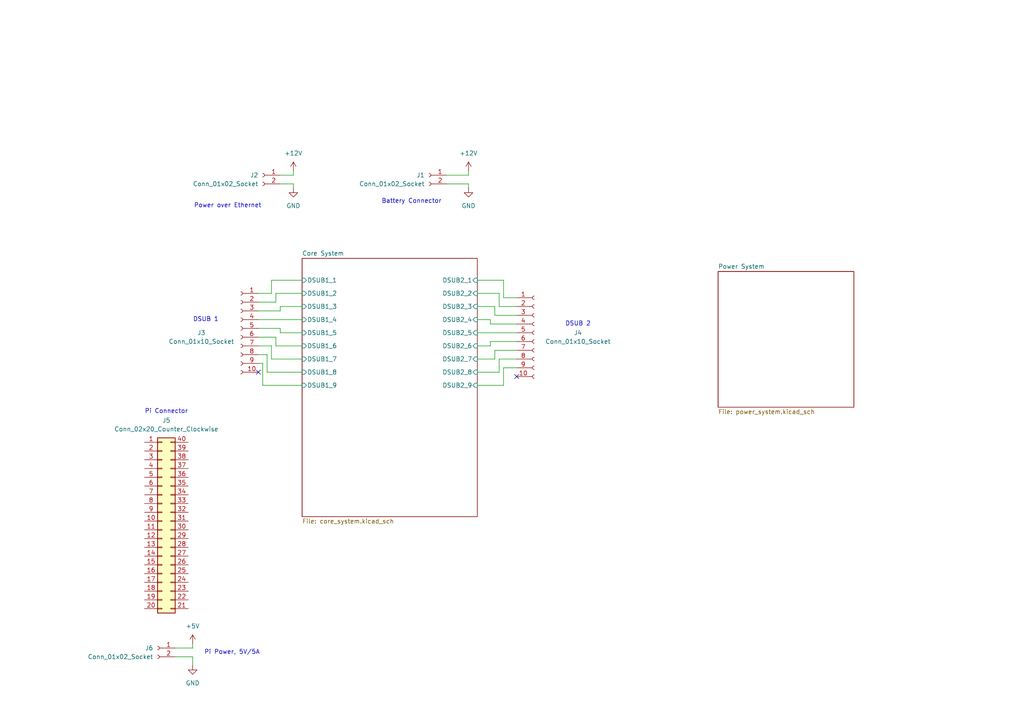
<source format=kicad_sch>
(kicad_sch (version 20250114) (generator "eeschema") (generator_version "9.0")
  (paper "A4")
  (lib_symbols
    (symbol "Connector:Conn_01x02_Socket" (pin_names (offset 1.016) (hide yes))
      (property "Reference" "J" (at 0 2.54 0))
      (property "Value" "Conn_01x02_Socket" (at 0 -5.08 0))
      (symbol "Conn_01x02_Socket_1_1"
        (polyline (pts (xy -1.27 0) (xy -0.508 0)) (stroke (width 0.1524)))
        (polyline (pts (xy -1.27 -2.54) (xy -0.508 -2.54)) (stroke (width 0.1524)))
        (arc (start 0 -0.508) (mid -0.5058 0) (end 0 0.508) (stroke (width 0.1524)))
        (arc (start 0 -3.048) (mid -0.5058 -2.54) (end 0 -2.032) (stroke (width 0.1524)))
        (pin passive line (at -5.08 0 0) (length 3.81) (name "Pin_1") (number "1"))
        (pin passive line (at -5.08 -2.54 0) (length 3.81) (name "Pin_2") (number "2"))
      )
    )
    (symbol "Connector:Conn_01x10_Socket" (pin_names (offset 1.016) (hide yes))
      (property "Reference" "J" (at 0 12.7 0))
      (property "Value" "Conn_01x10_Socket" (at 0 -15.24 0))
      (symbol "Conn_01x10_Socket_1_1"
        (polyline (pts (xy -1.27 10.16) (xy -0.508 10.16)) (stroke (width 0.1524)))
        (polyline (pts (xy -1.27 7.62) (xy -0.508 7.62)) (stroke (width 0.1524)))
        (polyline (pts (xy -1.27 5.08) (xy -0.508 5.08)) (stroke (width 0.1524)))
        (polyline (pts (xy -1.27 2.54) (xy -0.508 2.54)) (stroke (width 0.1524)))
        (polyline (pts (xy -1.27 0) (xy -0.508 0)) (stroke (width 0.1524)))
        (polyline (pts (xy -1.27 -2.54) (xy -0.508 -2.54)) (stroke (width 0.1524)))
        (polyline (pts (xy -1.27 -5.08) (xy -0.508 -5.08)) (stroke (width 0.1524)))
        (polyline (pts (xy -1.27 -7.62) (xy -0.508 -7.62)) (stroke (width 0.1524)))
        (polyline (pts (xy -1.27 -10.16) (xy -0.508 -10.16)) (stroke (width 0.1524)))
        (polyline (pts (xy -1.27 -12.7) (xy -0.508 -12.7)) (stroke (width 0.1524)))
        (arc (start 0 9.652) (mid -0.5058 10.16) (end 0 10.668) (stroke (width 0.1524)))
        (arc (start 0 7.112) (mid -0.5058 7.62) (end 0 8.128) (stroke (width 0.1524)))
        (arc (start 0 4.572) (mid -0.5058 5.08) (end 0 5.588) (stroke (width 0.1524)))
        (arc (start 0 2.032) (mid -0.5058 2.54) (end 0 3.048) (stroke (width 0.1524)))
        (arc (start 0 -0.508) (mid -0.5058 0) (end 0 0.508) (stroke (width 0.1524)))
        (arc (start 0 -3.048) (mid -0.5058 -2.54) (end 0 -2.032) (stroke (width 0.1524)))
        (arc (start 0 -5.588) (mid -0.5058 -5.08) (end 0 -4.572) (stroke (width 0.1524)))
        (arc (start 0 -8.128) (mid -0.5058 -7.62) (end 0 -7.112) (stroke (width 0.1524)))
        (arc (start 0 -10.668) (mid -0.5058 -10.16) (end 0 -9.652) (stroke (width 0.1524)))
        (arc (start 0 -13.208) (mid -0.5058 -12.7) (end 0 -12.192) (stroke (width 0.1524)))
        (pin passive line (at -5.08 10.16 0) (length 3.81) (name "Pin_1") (number "1"))
        (pin passive line (at -5.08 7.62 0) (length 3.81) (name "Pin_2") (number "2"))
        (pin passive line (at -5.08 5.08 0) (length 3.81) (name "Pin_3") (number "3"))
        (pin passive line (at -5.08 2.54 0) (length 3.81) (name "Pin_4") (number "4"))
        (pin passive line (at -5.08 0 0) (length 3.81) (name "Pin_5") (number "5"))
        (pin passive line (at -5.08 -2.54 0) (length 3.81) (name "Pin_6") (number "6"))
        (pin passive line (at -5.08 -5.08 0) (length 3.81) (name "Pin_7") (number "7"))
        (pin passive line (at -5.08 -7.62 0) (length 3.81) (name "Pin_8") (number "8"))
        (pin passive line (at -5.08 -10.16 0) (length 3.81) (name "Pin_9") (number "9"))
        (pin passive line (at -5.08 -12.7 0) (length 3.81) (name "Pin_10") (number "10"))
      )
    )
    (symbol "Connector_Generic:Conn_02x20_Counter_Clockwise" (pin_names (offset 1.016) (hide yes))
      (property "Reference" "J" (at 1.27 25.4 0))
      (property "Value" "Conn_02x20_Counter_Clockwise" (at 1.27 -27.94 0))
      (symbol "Conn_02x20_Counter_Clockwise_1_1"
        (rectangle (start -1.27 24.13) (end 3.81 -26.67) (stroke (width 0.254)) (fill (type background)))
        (rectangle (start -1.27 22.987) (end 0 22.733) (stroke (width 0.1524)))
        (rectangle (start -1.27 20.447) (end 0 20.193) (stroke (width 0.1524)))
        (rectangle (start -1.27 17.907) (end 0 17.653) (stroke (width 0.1524)))
        (rectangle (start -1.27 15.367) (end 0 15.113) (stroke (width 0.1524)))
        (rectangle (start -1.27 12.827) (end 0 12.573) (stroke (width 0.1524)))
        (rectangle (start -1.27 10.287) (end 0 10.033) (stroke (width 0.1524)))
        (rectangle (start -1.27 7.747) (end 0 7.493) (stroke (width 0.1524)))
        (rectangle (start -1.27 5.207) (end 0 4.953) (stroke (width 0.1524)))
        (rectangle (start -1.27 2.667) (end 0 2.413) (stroke (width 0.1524)))
        (rectangle (start -1.27 0.127) (end 0 -0.127) (stroke (width 0.1524)))
        (rectangle (start -1.27 -2.413) (end 0 -2.667) (stroke (width 0.1524)))
        (rectangle (start -1.27 -4.953) (end 0 -5.207) (stroke (width 0.1524)))
        (rectangle (start -1.27 -7.493) (end 0 -7.747) (stroke (width 0.1524)))
        (rectangle (start -1.27 -10.033) (end 0 -10.287) (stroke (width 0.1524)))
        (rectangle (start -1.27 -12.573) (end 0 -12.827) (stroke (width 0.1524)))
        (rectangle (start -1.27 -15.113) (end 0 -15.367) (stroke (width 0.1524)))
        (rectangle (start -1.27 -17.653) (end 0 -17.907) (stroke (width 0.1524)))
        (rectangle (start -1.27 -20.193) (end 0 -20.447) (stroke (width 0.1524)))
        (rectangle (start -1.27 -22.733) (end 0 -22.987) (stroke (width 0.1524)))
        (rectangle (start -1.27 -25.273) (end 0 -25.527) (stroke (width 0.1524)))
        (rectangle (start 3.81 22.987) (end 2.54 22.733) (stroke (width 0.1524)))
        (rectangle (start 3.81 20.447) (end 2.54 20.193) (stroke (width 0.1524)))
        (rectangle (start 3.81 17.907) (end 2.54 17.653) (stroke (width 0.1524)))
        (rectangle (start 3.81 15.367) (end 2.54 15.113) (stroke (width 0.1524)))
        (rectangle (start 3.81 12.827) (end 2.54 12.573) (stroke (width 0.1524)))
        (rectangle (start 3.81 10.287) (end 2.54 10.033) (stroke (width 0.1524)))
        (rectangle (start 3.81 7.747) (end 2.54 7.493) (stroke (width 0.1524)))
        (rectangle (start 3.81 5.207) (end 2.54 4.953) (stroke (width 0.1524)))
        (rectangle (start 3.81 2.667) (end 2.54 2.413) (stroke (width 0.1524)))
        (rectangle (start 3.81 0.127) (end 2.54 -0.127) (stroke (width 0.1524)))
        (rectangle (start 3.81 -2.413) (end 2.54 -2.667) (stroke (width 0.1524)))
        (rectangle (start 3.81 -4.953) (end 2.54 -5.207) (stroke (width 0.1524)))
        (rectangle (start 3.81 -7.493) (end 2.54 -7.747) (stroke (width 0.1524)))
        (rectangle (start 3.81 -10.033) (end 2.54 -10.287) (stroke (width 0.1524)))
        (rectangle (start 3.81 -12.573) (end 2.54 -12.827) (stroke (width 0.1524)))
        (rectangle (start 3.81 -15.113) (end 2.54 -15.367) (stroke (width 0.1524)))
        (rectangle (start 3.81 -17.653) (end 2.54 -17.907) (stroke (width 0.1524)))
        (rectangle (start 3.81 -20.193) (end 2.54 -20.447) (stroke (width 0.1524)))
        (rectangle (start 3.81 -22.733) (end 2.54 -22.987) (stroke (width 0.1524)))
        (rectangle (start 3.81 -25.273) (end 2.54 -25.527) (stroke (width 0.1524)))
        (pin passive line (at -5.08 22.86 0) (length 3.81) (name "Pin_1") (number "1"))
        (pin passive line (at -5.08 20.32 0) (length 3.81) (name "Pin_2") (number "2"))
        (pin passive line (at -5.08 17.78 0) (length 3.81) (name "Pin_3") (number "3"))
        (pin passive line (at -5.08 15.24 0) (length 3.81) (name "Pin_4") (number "4"))
        (pin passive line (at -5.08 12.7 0) (length 3.81) (name "Pin_5") (number "5"))
        (pin passive line (at -5.08 10.16 0) (length 3.81) (name "Pin_6") (number "6"))
        (pin passive line (at -5.08 7.62 0) (length 3.81) (name "Pin_7") (number "7"))
        (pin passive line (at -5.08 5.08 0) (length 3.81) (name "Pin_8") (number "8"))
        (pin passive line (at -5.08 2.54 0) (length 3.81) (name "Pin_9") (number "9"))
        (pin passive line (at -5.08 0 0) (length 3.81) (name "Pin_10") (number "10"))
        (pin passive line (at -5.08 -2.54 0) (length 3.81) (name "Pin_11") (number "11"))
        (pin passive line (at -5.08 -5.08 0) (length 3.81) (name "Pin_12") (number "12"))
        (pin passive line (at -5.08 -7.62 0) (length 3.81) (name "Pin_13") (number "13"))
        (pin passive line (at -5.08 -10.16 0) (length 3.81) (name "Pin_14") (number "14"))
        (pin passive line (at -5.08 -12.7 0) (length 3.81) (name "Pin_15") (number "15"))
        (pin passive line (at -5.08 -15.24 0) (length 3.81) (name "Pin_16") (number "16"))
        (pin passive line (at -5.08 -17.78 0) (length 3.81) (name "Pin_17") (number "17"))
        (pin passive line (at -5.08 -20.32 0) (length 3.81) (name "Pin_18") (number "18"))
        (pin passive line (at -5.08 -22.86 0) (length 3.81) (name "Pin_19") (number "19"))
        (pin passive line (at -5.08 -25.4 0) (length 3.81) (name "Pin_20") (number "20"))
        (pin passive line (at 7.62 22.86 180) (length 3.81) (name "Pin_40") (number "40"))
        (pin passive line (at 7.62 20.32 180) (length 3.81) (name "Pin_39") (number "39"))
        (pin passive line (at 7.62 17.78 180) (length 3.81) (name "Pin_38") (number "38"))
        (pin passive line (at 7.62 15.24 180) (length 3.81) (name "Pin_37") (number "37"))
        (pin passive line (at 7.62 12.7 180) (length 3.81) (name "Pin_36") (number "36"))
        (pin passive line (at 7.62 10.16 180) (length 3.81) (name "Pin_35") (number "35"))
        (pin passive line (at 7.62 7.62 180) (length 3.81) (name "Pin_34") (number "34"))
        (pin passive line (at 7.62 5.08 180) (length 3.81) (name "Pin_33") (number "33"))
        (pin passive line (at 7.62 2.54 180) (length 3.81) (name "Pin_32") (number "32"))
        (pin passive line (at 7.62 0 180) (length 3.81) (name "Pin_31") (number "31"))
        (pin passive line (at 7.62 -2.54 180) (length 3.81) (name "Pin_30") (number "30"))
        (pin passive line (at 7.62 -5.08 180) (length 3.81) (name "Pin_29") (number "29"))
        (pin passive line (at 7.62 -7.62 180) (length 3.81) (name "Pin_28") (number "28"))
        (pin passive line (at 7.62 -10.16 180) (length 3.81) (name "Pin_27") (number "27"))
        (pin passive line (at 7.62 -12.7 180) (length 3.81) (name "Pin_26") (number "26"))
        (pin passive line (at 7.62 -15.24 180) (length 3.81) (name "Pin_25") (number "25"))
        (pin passive line (at 7.62 -17.78 180) (length 3.81) (name "Pin_24") (number "24"))
        (pin passive line (at 7.62 -20.32 180) (length 3.81) (name "Pin_23") (number "23"))
        (pin passive line (at 7.62 -22.86 180) (length 3.81) (name "Pin_22") (number "22"))
        (pin passive line (at 7.62 -25.4 180) (length 3.81) (name "Pin_21") (number "21"))
      )
    )
    (symbol "power:+12V" (power) (pin_numbers (hide yes)) (pin_names (offset 0) (hide yes))
      (property "Value" "+12V" (at 0 3.556 0))
      (symbol "+12V_0_1"
        (polyline (pts (xy -0.762 1.27) (xy 0 2.54)))
        (polyline (pts (xy 0 2.54) (xy 0.762 1.27)))
        (polyline (pts (xy 0 0) (xy 0 2.54)))
      )
      (symbol "+12V_1_1"
        (pin power_in line (at 0 0 90) (length 0) (name "~") (number "1"))
      )
    )
    (symbol "power:+5V" (power) (pin_numbers (hide yes)) (pin_names (offset 0) (hide yes))
      (property "Value" "+5V" (at 0 3.556 0))
      (symbol "+5V_0_1"
        (polyline (pts (xy -0.762 1.27) (xy 0 2.54)))
        (polyline (pts (xy 0 2.54) (xy 0.762 1.27)))
        (polyline (pts (xy 0 0) (xy 0 2.54)))
      )
      (symbol "+5V_1_1"
        (pin power_in line (at 0 0 90) (length 0) (name "~") (number "1"))
      )
    )
    (symbol "power:GND" (power) (pin_numbers (hide yes)) (pin_names (offset 0) (hide yes))
      (property "Value" "GND" (at 0 -3.81 0))
      (symbol "GND_0_1"
        (polyline (pts (xy 0 0) (xy 0 -1.27) (xy 1.27 -1.27) (xy 0 -2.54) (xy -1.27 -1.27) (xy 0 -1.27)))
      )
      (symbol "GND_1_1"
        (pin power_in line (at 0 0 270) (length 0) (name "~") (number "1"))
      )
    )
  )
  (text "Pi Power, 5V/5A" (at 67.31 189.23 0) (effects (font (size 1.27 1.27))))
  (text "Battery Connector" (at 119.38 58.42 0) (effects (font (size 1.27 1.27))))
  (text "Pi Connector" (at 48.26 119.38 0) (effects (font (size 1.27 1.27))))
  (text "DSUB 1" (at 59.69 92.71 0) (effects (font (size 1.27 1.27))))
  (text "Power over Ethernet\n" (at 66.04 59.69 0) (effects (font (size 1.27 1.27))))
  (text "DSUB 2" (at 167.64 93.98 0) (effects (font (size 1.27 1.27))))
  (no_connect (at 149.86 109.22))
  (no_connect (at 74.93 107.95))
  (wire (pts (xy 138.43 85.09) (xy 144.78 85.09)))
  (wire (pts (xy 77.47 107.95) (xy 87.63 107.95)))
  (wire (pts (xy 149.86 88.9) (xy 144.78 88.9)))
  (wire (pts (xy 135.89 50.8) (xy 129.54 50.8)))
  (wire (pts (xy 76.2 111.76) (xy 87.63 111.76)))
  (wire (pts (xy 74.93 90.17) (xy 81.28 90.17)))
  (wire (pts (xy 74.93 105.41) (xy 76.2 105.41)))
  (wire (pts (xy 144.78 88.9) (xy 144.78 85.09)))
  (wire (pts (xy 149.86 104.14) (xy 144.78 104.14)))
  (wire (pts (xy 74.93 87.63) (xy 80.01 87.63)))
  (wire (pts (xy 80.01 97.79) (xy 80.01 100.33)))
  (wire (pts (xy 74.93 97.79) (xy 80.01 97.79)))
  (wire (pts (xy 78.74 85.09) (xy 78.74 81.28)))
  (wire (pts (xy 143.51 101.6) (xy 143.51 104.14)))
  (wire (pts (xy 81.28 53.34) (xy 85.09 53.34)))
  (wire (pts (xy 138.43 100.33) (xy 142.24 100.33)))
  (wire (pts (xy 146.05 106.68) (xy 146.05 111.76)))
  (wire (pts (xy 149.86 101.6) (xy 143.51 101.6)))
  (wire (pts (xy 74.93 85.09) (xy 78.74 85.09)))
  (wire (pts (xy 81.28 88.9) (xy 87.63 88.9)))
  (wire (pts (xy 81.28 95.25) (xy 81.28 96.52)))
  (wire (pts (xy 74.93 102.87) (xy 77.47 102.87)))
  (wire (pts (xy 55.88 187.96) (xy 50.8 187.96)))
  (wire (pts (xy 85.09 50.8) (xy 81.28 50.8)))
  (wire (pts (xy 138.43 92.71) (xy 142.24 92.71)))
  (wire (pts (xy 77.47 102.87) (xy 77.47 107.95)))
  (wire (pts (xy 74.93 92.71) (xy 87.63 92.71)))
  (wire (pts (xy 81.28 96.52) (xy 87.63 96.52)))
  (wire (pts (xy 146.05 81.28) (xy 138.43 81.28)))
  (wire (pts (xy 76.2 105.41) (xy 76.2 111.76)))
  (wire (pts (xy 149.86 93.98) (xy 142.24 93.98)))
  (wire (pts (xy 78.74 104.14) (xy 87.63 104.14)))
  (wire (pts (xy 146.05 86.36) (xy 146.05 81.28)))
  (wire (pts (xy 149.86 91.44) (xy 143.51 91.44)))
  (wire (pts (xy 138.43 111.76) (xy 146.05 111.76)))
  (wire (pts (xy 142.24 93.98) (xy 142.24 92.71)))
  (wire (pts (xy 135.89 53.34) (xy 135.89 54.61)))
  (wire (pts (xy 80.01 87.63) (xy 80.01 85.09)))
  (wire (pts (xy 74.93 95.25) (xy 81.28 95.25)))
  (wire (pts (xy 55.88 193.04) (xy 55.88 190.5)))
  (wire (pts (xy 80.01 85.09) (xy 87.63 85.09)))
  (wire (pts (xy 149.86 99.06) (xy 142.24 99.06)))
  (wire (pts (xy 138.43 88.9) (xy 143.51 88.9)))
  (wire (pts (xy 142.24 99.06) (xy 142.24 100.33)))
  (wire (pts (xy 129.54 53.34) (xy 135.89 53.34)))
  (wire (pts (xy 138.43 107.95) (xy 144.78 107.95)))
  (wire (pts (xy 80.01 100.33) (xy 87.63 100.33)))
  (wire (pts (xy 143.51 91.44) (xy 143.51 88.9)))
  (wire (pts (xy 78.74 81.28) (xy 87.63 81.28)))
  (wire (pts (xy 50.8 190.5) (xy 55.88 190.5)))
  (wire (pts (xy 74.93 100.33) (xy 78.74 100.33)))
  (wire (pts (xy 149.86 106.68) (xy 146.05 106.68)))
  (wire (pts (xy 85.09 49.53) (xy 85.09 50.8)))
  (wire (pts (xy 144.78 104.14) (xy 144.78 107.95)))
  (wire (pts (xy 135.89 49.53) (xy 135.89 50.8)))
  (wire (pts (xy 143.51 104.14) (xy 138.43 104.14)))
  (wire (pts (xy 138.43 96.52) (xy 149.86 96.52)))
  (wire (pts (xy 81.28 90.17) (xy 81.28 88.9)))
  (wire (pts (xy 85.09 54.61) (xy 85.09 53.34)))
  (wire (pts (xy 55.88 186.69) (xy 55.88 187.96)))
  (wire (pts (xy 78.74 100.33) (xy 78.74 104.14)))
  (wire (pts (xy 149.86 86.36) (xy 146.05 86.36)))
  (symbol (lib_id "Connector:Conn_01x02_Socket") (at 124.46 50.8 0) (mirror y) (unit 1)
    (property "Reference" "J1" (at 123.19 50.7999 0) (effects (justify left)))
    (property "Value" "Conn_01x02_Socket" (at 123.19 53.3399 0) (effects (justify left)))
    (property "Description" "Generic connector, single row, 01x02, script generated" (effects (hide yes)))
  )
  (symbol (lib_id "power:+12V") (at 85.09 49.53 0) (unit 1)
    (property "Reference" "#PWR01" (effects (hide yes)))
    (property "Value" "+12V" (at 85.09 44.45 0))
    (property "Description" "Power symbol creates a global label with name \"+12V\"" (effects (hide yes)))
  )
  (symbol (lib_id "power:+5V") (at 55.88 186.69 0) (unit 1)
    (property "Reference" "#PWR06" (effects (hide yes)))
    (property "Value" "+5V" (at 55.88 181.61 0))
    (property "Description" "Power symbol creates a global label with name \"+5V\"" (effects (hide yes)))
  )
  (symbol (lib_id "Connector:Conn_01x10_Socket") (at 154.94 96.52 0) (unit 1)
    (property "Reference" "J4" (at 167.64 96.52 0))
    (property "Value" "Conn_01x10_Socket" (at 167.64 99.06 0))
    (property "Description" "Generic connector, single row, 01x10, script generated" (effects (hide yes)))
  )
  (symbol (lib_id "Connector:Conn_01x02_Socket") (at 76.2 50.8 0) (mirror y) (unit 1)
    (property "Reference" "J2" (at 74.93 50.7999 0) (effects (justify left)))
    (property "Value" "Conn_01x02_Socket" (at 74.93 53.3399 0) (effects (justify left)))
    (property "Description" "Generic connector, single row, 01x02, script generated" (effects (hide yes)))
  )
  (symbol (lib_id "power:GND") (at 55.88 193.04 0) (unit 1)
    (property "Reference" "#PWR07" (effects (hide yes)))
    (property "Value" "GND" (at 55.88 198.12 0))
    (property "Description" "Power symbol creates a global label with name \"GND\" , ground" (effects (hide yes)))
  )
  (symbol (lib_id "Connector:Conn_01x02_Socket") (at 45.72 187.96 0) (mirror y) (unit 1)
    (property "Reference" "J6" (at 44.45 187.9599 0) (effects (justify left)))
    (property "Value" "Conn_01x02_Socket" (at 44.45 190.4999 0) (effects (justify left)))
    (property "Description" "Generic connector, single row, 01x02, script generated" (effects (hide yes)))
  )
  (symbol (lib_id "power:GND") (at 135.89 54.61 0) (unit 1)
    (property "Reference" "#PWR04" (effects (hide yes)))
    (property "Value" "GND" (at 135.89 59.69 0))
    (property "Description" "Power symbol creates a global label with name \"GND\" , ground" (effects (hide yes)))
  )
  (symbol (lib_id "Connector_Generic:Conn_02x20_Counter_Clockwise") (at 46.99 151.13 0) (unit 1)
    (property "Reference" "J5" (at 48.26 121.92 0))
    (property "Value" "Conn_02x20_Counter_Clockwise" (at 48.26 124.46 0))
    (property "Description" "Generic connector, double row, 02x20, counter clockwise pin numbering scheme (similar to DIP package numbering), script generated (kicad-library-utils/schlib/autogen/connector/)" (effects (hide yes)))
  )
  (symbol (lib_id "power:+12V") (at 135.89 49.53 0) (unit 1)
    (property "Reference" "#PWR03" (effects (hide yes)))
    (property "Value" "+12V" (at 135.89 44.45 0))
    (property "Description" "Power symbol creates a global label with name \"+12V\"" (effects (hide yes)))
  )
  (symbol (lib_id "Connector:Conn_01x10_Socket") (at 69.85 95.25 0) (mirror y) (unit 1)
    (property "Reference" "J3" (at 58.42 96.52 0))
    (property "Value" "Conn_01x10_Socket" (at 58.42 99.06 0))
    (property "Description" "Generic connector, single row, 01x10, script generated" (effects (hide yes)))
  )
  (symbol (lib_id "power:GND") (at 85.09 54.61 0) (unit 1)
    (property "Reference" "#PWR02" (effects (hide yes)))
    (property "Value" "GND" (at 85.09 59.69 0))
    (property "Description" "Power symbol creates a global label with name \"GND\" , ground" (effects (hide yes)))
  )
  (sheet (at 208.28 78.74) (size 39.37 39.37) (stroke (width 0.1524))
    (property "Sheetname" "Power System" (at 208.28 78.0284 0) (effects (justify left bottom)))
    (property "Sheetfile" "power_system.kicad_sch" (at 208.28 118.6946 0) (effects (justify left top)))
  )
  (sheet (at 87.63 74.93) (size 50.8 74.93) (stroke (width 0.1524))
    (property "Sheetname" "Core System" (at 87.63 74.2184 0) (effects (justify left bottom)))
    (property "Sheetfile" "core_system.kicad_sch" (at 87.63 150.4446 0) (effects (justify left top)))
    (pin "DSUB2_4" input (at 138.43 92.71 0))
    (pin "DSUB2_8" input (at 138.43 107.95 0))
    (pin "DSUB2_9" input (at 138.43 111.76 0))
    (pin "DSUB2_6" input (at 138.43 100.33 0))
    (pin "DSUB2_3" input (at 138.43 88.9 0))
    (pin "DSUB2_7" input (at 138.43 104.14 0))
    (pin "DSUB2_2" input (at 138.43 85.09 0))
    (pin "DSUB2_5" input (at 138.43 96.52 0))
    (pin "DSUB2_1" input (at 138.43 81.28 0))
    (pin "DSUB1_4" input (at 87.63 92.71 180))
    (pin "DSUB1_6" input (at 87.63 100.33 180))
    (pin "DSUB1_2" input (at 87.63 85.09 180))
    (pin "DSUB1_5" input (at 87.63 96.52 180))
    (pin "DSUB1_1" input (at 87.63 81.28 180))
    (pin "DSUB1_3" input (at 87.63 88.9 180))
    (pin "DSUB1_7" input (at 87.63 104.14 180))
    (pin "DSUB1_8" input (at 87.63 107.95 180))
    (pin "DSUB1_9" input (at 87.63 111.76 180))
  )
)
</source>
